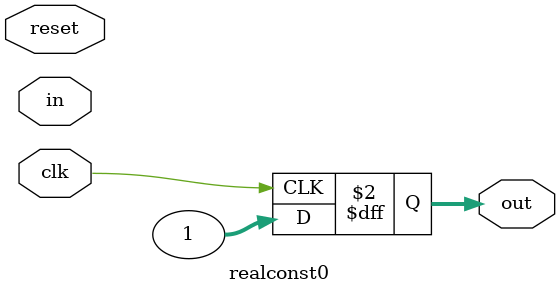
<source format=v>
module realconst0
  (input wire        reset,
   input wire        clk,
   input wire [31:0] in,
   output reg [31:0] out);

   always @(posedge clk) out <= 1.0e0;

endmodule

</source>
